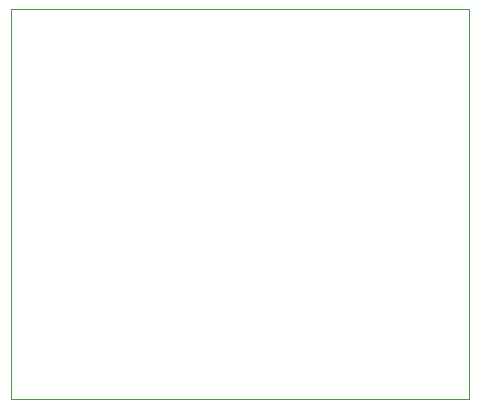
<source format=gbp>
G75*
%MOIN*%
%OFA0B0*%
%FSLAX24Y24*%
%IPPOS*%
%LPD*%
%AMOC8*
5,1,8,0,0,1.08239X$1,22.5*
%
%ADD10C,0.0000*%
D10*
X000458Y000150D02*
X000458Y013150D01*
X015708Y013150D01*
X015708Y000150D01*
X000458Y000150D01*
M02*

</source>
